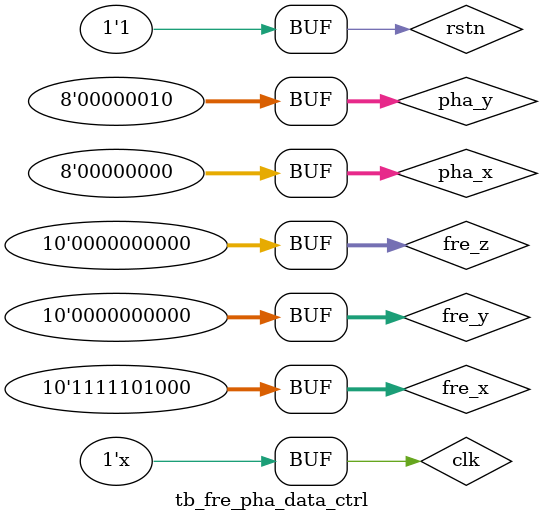
<source format=v>
`timescale 1ps / 1ps

module tb_fre_pha_data_ctrl;

  // fre_pha_data_ctrl Parameters       
  parameter PERIOD = 10;
  parameter N = 32;
  parameter M = 12;
  parameter FRE_WIDTH = 10;
  parameter PHA_WIDTH = 8;
  parameter DATA_WIDTH = 64;

  // fre_pha_data_ctrl Inputs
  reg                  clk = 0;
  reg                  rstn = 0;
  reg  [FRE_WIDTH-1:0] fre_x = 0;
  reg  [FRE_WIDTH-1:0] fre_y = 0;
  reg  [FRE_WIDTH-1:0] fre_z = 0;
  reg  [PHA_WIDTH-1:0] pha_x = 0;
  reg  [PHA_WIDTH-1:0] pha_y = 2;

  // fre_pha_data_ctrl Outputs
  wire [        N-1:0] fre_step;
  wire [        M-1:0] pha_step;


  always #(PERIOD / 2) clk = ~clk;

  initial begin
    #(PERIOD * 2 + PERIOD / 2) rstn = 1;
    fre_x = 10'd1000;
  end

  fre_pha_data_ctrl u_fre_pha_data_ctrl (
      .clk  (clk),
      .rstn (rstn),
      .fre_x(fre_x[FRE_WIDTH-1:0]),
      .fre_y(fre_y[FRE_WIDTH-1:0]),
      .fre_z(fre_z[FRE_WIDTH-1:0]),
      .pha_x(pha_x[PHA_WIDTH-1:0]),
      .pha_y(pha_y[PHA_WIDTH-1:0]),

      .fre_step(fre_step[N-1:0]),
      .pha_step(pha_step[M-1:0])
  );

  initial begin


  end

endmodule

</source>
